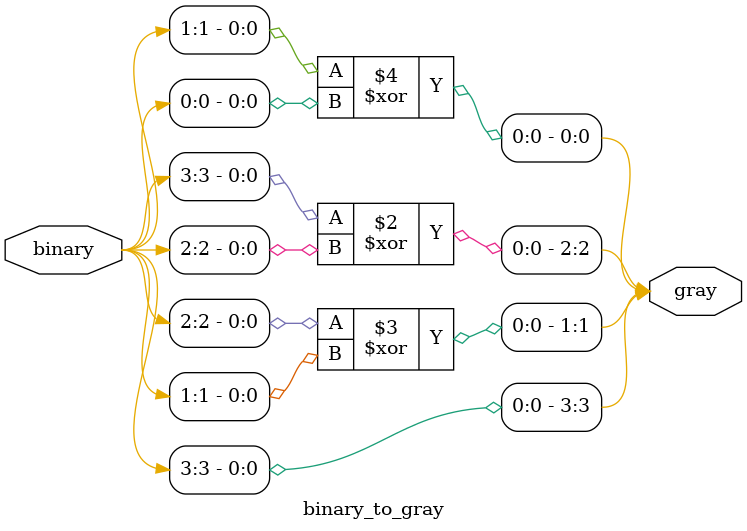
<source format=v>
module binary_to_gray (
    input [3:0] binary,
    output reg [3:0] gray
);

always @ (binary) begin
    gray[3] = binary[3];
    gray[2] = binary[3] ^ binary[2];
    gray[1] = binary[2] ^ binary[1];
    gray[0] = binary[1] ^ binary[0];
end

endmodule
</source>
